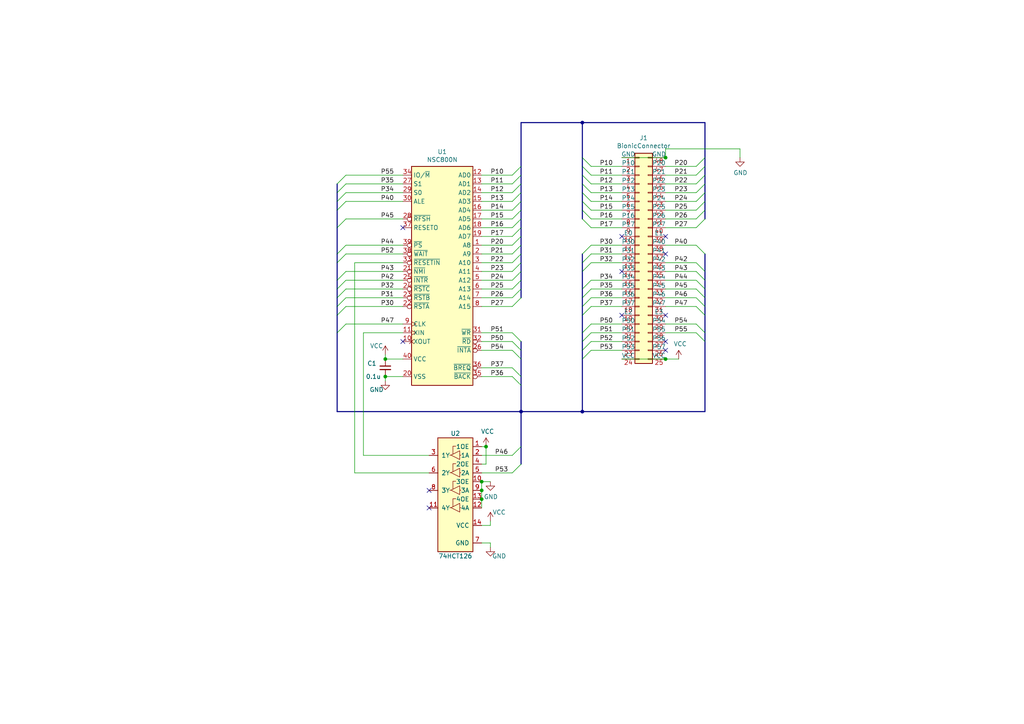
<source format=kicad_sch>
(kicad_sch (version 20211123) (generator eeschema)
  (paper "A4")
  (title_block (title "BionicNSC800 Mezzanine") (date "2022-01-18") (rev "1") (company "Tadashi G. Takaoka"))
  (lib_symbols
    (symbol "0-LocalLibrary:74HCT126" (pin_names (offset 1.016))
      (property "Reference" "U" (at 0 16.51 0))
      (property "Value" "74HCT126" (at 0 -19.05 0))
      (symbol "74HCT126_0_1"
        (polyline (pts (xy -1.2954 10.2108) (xy -1.6002 10.2108)))
        (polyline (pts (xy 1.2954 10.2362) (xy 1.651 10.2362)))
        (polyline (pts (xy 0.7112 10.5664) (xy 0.7112 12.827) (xy -0.127 12.827) (xy -0.1016 12.827)))
      )
      (symbol "74HCT126_1_0"
        (polyline (pts (xy 1.27 10.2362) (xy -1.27 11.5062) (xy -1.27 8.9662) (xy 1.27 10.2362)) (stroke (width 0.1524)))
        (pin input line (at -7.62 12.7 0) (length 2.54) (name "1OE") (number "1"))
        (pin input line (at -7.62 2.54 0) (length 2.54) (name "3OE") (number "10"))
        (pin tri_state line (at 7.62 -5.08 180) (length 2.54) (name "4Y") (number "11"))
        (pin input line (at -7.62 -5.08 0) (length 2.54) (name "4A") (number "12"))
        (pin input line (at -7.62 -2.54 0) (length 2.54) (name "4OE") (number "13"))
        (pin power_in line (at -7.62 -10.16 0) (length 2.54) (name "VCC") (number "14"))
        (pin input line (at -7.62 10.16 0) (length 2.54) (name "1A") (number "2"))
        (pin tri_state line (at 7.62 10.16 180) (length 2.54) (name "1Y") (number "3"))
        (pin input line (at -7.62 7.62 0) (length 2.54) (name "2OE") (number "4"))
        (pin input line (at -7.62 5.08 0) (length 2.54) (name "2A") (number "5"))
        (pin tri_state line (at 7.62 5.08 180) (length 2.54) (name "2Y") (number "6"))
        (pin power_in line (at -7.62 -15.24 0) (length 2.54) (name "GND") (number "7"))
        (pin tri_state line (at 7.62 0 180) (length 2.54) (name "3Y") (number "8"))
        (pin input line (at -7.62 0 0) (length 2.54) (name "3A") (number "9"))
      )
      (symbol "74HCT126_1_1"
        (rectangle (start -5.08 15.24) (end 5.08 -17.78) (stroke (width 0.254)) (fill (type background)))
        (polyline (pts (xy -1.2954 -5.0292) (xy -1.6002 -5.0292)))
        (polyline (pts (xy -1.2954 0.0508) (xy -1.6002 0.0508)))
        (polyline (pts (xy -1.2954 5.1308) (xy -1.6002 5.1308)))
        (polyline (pts (xy 1.2954 -5.0038) (xy 1.651 -5.0038)))
        (polyline (pts (xy 1.2954 0.0762) (xy 1.651 0.0762)))
        (polyline (pts (xy 1.2954 5.1562) (xy 1.651 5.1562)))
        (polyline (pts (xy 0.7112 -4.6736) (xy 0.7112 -2.413) (xy -0.127 -2.413) (xy -0.1016 -2.413)))
        (polyline (pts (xy 0.7112 0.4064) (xy 0.7112 2.667) (xy -0.127 2.667) (xy -0.1016 2.667)))
        (polyline (pts (xy 0.7112 5.4864) (xy 0.7112 7.747) (xy -0.127 7.747) (xy -0.1016 7.747)))
        (polyline (pts (xy 1.27 -5.0038) (xy -1.27 -3.7338) (xy -1.27 -6.2738) (xy 1.27 -5.0038)) (stroke (width 0.1524)))
        (polyline (pts (xy 1.27 0.0762) (xy -1.27 1.3462) (xy -1.27 -1.1938) (xy 1.27 0.0762)) (stroke (width 0.1524)))
        (polyline (pts (xy 1.27 5.1562) (xy -1.27 6.4262) (xy -1.27 3.8862) (xy 1.27 5.1562)) (stroke (width 0.1524)))
      )
    )
    (symbol "0-LocalLibrary:BionicConnector" (pin_names (offset 0))
      (property "Reference" "J" (at 1.27 30.48 0))
      (property "Value" "BionicConnector" (at 3.81 33.02 0))
      (symbol "BionicConnector_1_1"
        (rectangle (start -1.27 -30.353) (end 0 -30.607) (stroke (width 0.1524)))
        (rectangle (start -1.27 -27.813) (end 0 -28.067) (stroke (width 0.1524)))
        (rectangle (start -1.27 -25.273) (end 0 -25.527) (stroke (width 0.1524)))
        (rectangle (start -1.27 -22.733) (end 0 -22.987) (stroke (width 0.1524)))
        (rectangle (start -1.27 -20.193) (end 0 -20.447) (stroke (width 0.1524)))
        (rectangle (start -1.27 -17.653) (end 0 -17.907) (stroke (width 0.1524)))
        (rectangle (start -1.27 -15.113) (end 0 -15.367) (stroke (width 0.1524)))
        (rectangle (start -1.27 -12.573) (end 0 -12.827) (stroke (width 0.1524)))
        (rectangle (start -1.27 -10.033) (end 0 -10.287) (stroke (width 0.1524)))
        (rectangle (start -1.27 -7.493) (end 0 -7.747) (stroke (width 0.1524)))
        (rectangle (start -1.27 -4.953) (end 0 -5.207) (stroke (width 0.1524)))
        (rectangle (start -1.27 -2.413) (end 0 -2.667) (stroke (width 0.1524)))
        (rectangle (start -1.27 0.127) (end 0 -0.127) (stroke (width 0.1524)))
        (rectangle (start -1.27 2.667) (end 0 2.413) (stroke (width 0.1524)))
        (rectangle (start -1.27 5.207) (end 0 4.953) (stroke (width 0.1524)))
        (rectangle (start -1.27 7.747) (end 0 7.493) (stroke (width 0.1524)))
        (rectangle (start -1.27 10.287) (end 0 10.033) (stroke (width 0.1524)))
        (rectangle (start -1.27 12.827) (end 0 12.573) (stroke (width 0.1524)))
        (rectangle (start -1.27 15.367) (end 0 15.113) (stroke (width 0.1524)))
        (rectangle (start -1.27 17.907) (end 0 17.653) (stroke (width 0.1524)))
        (rectangle (start -1.27 20.447) (end 0 20.193) (stroke (width 0.1524)))
        (rectangle (start -1.27 22.987) (end 0 22.733) (stroke (width 0.1524)))
        (rectangle (start -1.27 25.527) (end 0 25.273) (stroke (width 0.1524)))
        (rectangle (start -1.27 28.067) (end 0 27.813) (stroke (width 0.1524)))
        (rectangle (start -1.27 29.21) (end 3.81 -31.75) (stroke (width 0.254)) (fill (type background)))
        (rectangle (start 3.81 -30.353) (end 2.54 -30.607) (stroke (width 0.1524)))
        (rectangle (start 3.81 -27.813) (end 2.54 -28.067) (stroke (width 0.1524)))
        (rectangle (start 3.81 -25.273) (end 2.54 -25.527) (stroke (width 0.1524)))
        (rectangle (start 3.81 -22.733) (end 2.54 -22.987) (stroke (width 0.1524)))
        (rectangle (start 3.81 -20.193) (end 2.54 -20.447) (stroke (width 0.1524)))
        (rectangle (start 3.81 -17.653) (end 2.54 -17.907) (stroke (width 0.1524)))
        (rectangle (start 3.81 -15.113) (end 2.54 -15.367) (stroke (width 0.1524)))
        (rectangle (start 3.81 -12.573) (end 2.54 -12.827) (stroke (width 0.1524)))
        (rectangle (start 3.81 -10.033) (end 2.54 -10.287) (stroke (width 0.1524)))
        (rectangle (start 3.81 -7.493) (end 2.54 -7.747) (stroke (width 0.1524)))
        (rectangle (start 3.81 -4.953) (end 2.54 -5.207) (stroke (width 0.1524)))
        (rectangle (start 3.81 -2.413) (end 2.54 -2.667) (stroke (width 0.1524)))
        (rectangle (start 3.81 0.127) (end 2.54 -0.127) (stroke (width 0.1524)))
        (rectangle (start 3.81 2.667) (end 2.54 2.413) (stroke (width 0.1524)))
        (rectangle (start 3.81 5.207) (end 2.54 4.953) (stroke (width 0.1524)))
        (rectangle (start 3.81 7.747) (end 2.54 7.493) (stroke (width 0.1524)))
        (rectangle (start 3.81 10.287) (end 2.54 10.033) (stroke (width 0.1524)))
        (rectangle (start 3.81 12.827) (end 2.54 12.573) (stroke (width 0.1524)))
        (rectangle (start 3.81 15.367) (end 2.54 15.113) (stroke (width 0.1524)))
        (rectangle (start 3.81 17.907) (end 2.54 17.653) (stroke (width 0.1524)))
        (rectangle (start 3.81 20.447) (end 2.54 20.193) (stroke (width 0.1524)))
        (rectangle (start 3.81 22.987) (end 2.54 22.733) (stroke (width 0.1524)))
        (rectangle (start 3.81 25.527) (end 2.54 25.273) (stroke (width 0.1524)))
        (rectangle (start 3.81 28.067) (end 2.54 27.813) (stroke (width 0.1524)))
        (pin power_out line (at -5.08 27.94 0) (length 3.81) (name "GND") (number "1"))
        (pin bidirectional line (at -5.08 5.08 0) (length 3.81) (name "E0") (number "10"))
        (pin bidirectional line (at -5.08 2.54 0) (length 3.81) (name "P30") (number "11"))
        (pin bidirectional line (at -5.08 0 0) (length 3.81) (name "P31") (number "12"))
        (pin bidirectional line (at -5.08 -2.54 0) (length 3.81) (name "P32") (number "13"))
        (pin bidirectional line (at -5.08 -5.08 0) (length 3.81) (name "P33") (number "14"))
        (pin bidirectional line (at -5.08 -7.62 0) (length 3.81) (name "P34") (number "15"))
        (pin bidirectional line (at -5.08 -10.16 0) (length 3.81) (name "P35") (number "16"))
        (pin bidirectional line (at -5.08 -12.7 0) (length 3.81) (name "P36") (number "17"))
        (pin bidirectional line (at -5.08 -15.24 0) (length 3.81) (name "P37") (number "18"))
        (pin bidirectional line (at -5.08 -17.78 0) (length 3.81) (name "E2") (number "19"))
        (pin bidirectional line (at -5.08 25.4 0) (length 3.81) (name "P10") (number "2"))
        (pin bidirectional line (at -5.08 -20.32 0) (length 3.81) (name "P50") (number "20"))
        (pin bidirectional line (at -5.08 -22.86 0) (length 3.81) (name "P51") (number "21"))
        (pin bidirectional line (at -5.08 -25.4 0) (length 3.81) (name "P52") (number "22"))
        (pin bidirectional line (at -5.08 -27.94 0) (length 3.81) (name "P53") (number "23"))
        (pin power_out line (at -5.08 -30.48 0) (length 3.81) (name "VCC") (number "24"))
        (pin power_in line (at 7.62 -30.48 180) (length 3.81) (name "VCC") (number "25"))
        (pin bidirectional line (at 7.62 -27.94 180) (length 3.81) (name "P57") (number "26"))
        (pin bidirectional line (at 7.62 -25.4 180) (length 3.81) (name "P56") (number "27"))
        (pin bidirectional line (at 7.62 -22.86 180) (length 3.81) (name "P55") (number "28"))
        (pin bidirectional line (at 7.62 -20.32 180) (length 3.81) (name "P54") (number "29"))
        (pin bidirectional line (at -5.08 22.86 0) (length 3.81) (name "P11") (number "3"))
        (pin bidirectional line (at 7.62 -17.78 180) (length 3.81) (name "E3") (number "30"))
        (pin bidirectional line (at 7.62 -15.24 180) (length 3.81) (name "P47") (number "31"))
        (pin bidirectional line (at 7.62 -12.7 180) (length 3.81) (name "P46") (number "32"))
        (pin bidirectional line (at 7.62 -10.16 180) (length 3.81) (name "P45") (number "33"))
        (pin bidirectional line (at 7.62 -7.62 180) (length 3.81) (name "P44") (number "34"))
        (pin bidirectional line (at 7.62 -5.08 180) (length 3.81) (name "P43") (number "35"))
        (pin bidirectional line (at 7.62 -2.54 180) (length 3.81) (name "P42") (number "36"))
        (pin bidirectional line (at 7.62 0 180) (length 3.81) (name "P41") (number "37"))
        (pin bidirectional line (at 7.62 2.54 180) (length 3.81) (name "P40") (number "38"))
        (pin bidirectional line (at 7.62 5.08 180) (length 3.81) (name "E1") (number "39"))
        (pin bidirectional line (at -5.08 20.32 0) (length 3.81) (name "P12") (number "4"))
        (pin bidirectional line (at 7.62 7.62 180) (length 3.81) (name "P27") (number "40"))
        (pin bidirectional line (at 7.62 10.16 180) (length 3.81) (name "P26") (number "41"))
        (pin bidirectional line (at 7.62 12.7 180) (length 3.81) (name "P25") (number "42"))
        (pin bidirectional line (at 7.62 15.24 180) (length 3.81) (name "P24") (number "43"))
        (pin bidirectional line (at 7.62 17.78 180) (length 3.81) (name "P23") (number "44"))
        (pin bidirectional line (at 7.62 20.32 180) (length 3.81) (name "P22") (number "45"))
        (pin bidirectional line (at 7.62 22.86 180) (length 3.81) (name "P21") (number "46"))
        (pin bidirectional line (at 7.62 25.4 180) (length 3.81) (name "P20") (number "47"))
        (pin power_in line (at 7.62 27.94 180) (length 3.81) (name "GND") (number "48"))
        (pin bidirectional line (at -5.08 17.78 0) (length 3.81) (name "P13") (number "5"))
        (pin bidirectional line (at -5.08 15.24 0) (length 3.81) (name "P14") (number "6"))
        (pin bidirectional line (at -5.08 12.7 0) (length 3.81) (name "P15") (number "7"))
        (pin bidirectional line (at -5.08 10.16 0) (length 3.81) (name "P16") (number "8"))
        (pin bidirectional line (at -5.08 7.62 0) (length 3.81) (name "P17") (number "9"))
      )
    )
    (symbol "0-LocalLibrary:NSC800N"
      (property "Reference" "U" (at -1.27 31.75 0))
      (property "Value" "NSC800N" (at 0 -3.81 90))
      (symbol "NSC800N_0_1"
        (rectangle (start -8.89 -33.02) (end 8.89 30.48) (stroke (width 0.254)) (fill (type background)))
      )
      (symbol "NSC800N_1_1"
        (pin output line (at 11.43 7.62 180) (length 2.54) (name "A8") (number "1"))
        (pin input non_logic (at -11.43 -20.32 0) (length 2.54) (name "XOUT") (number "10"))
        (pin input clock (at -11.43 -17.78 0) (length 2.54) (name "XIN") (number "11"))
        (pin bidirectional line (at 11.43 27.94 180) (length 2.54) (name "AD0") (number "12"))
        (pin bidirectional line (at 11.43 25.4 180) (length 2.54) (name "AD1") (number "13"))
        (pin bidirectional line (at 11.43 22.86 180) (length 2.54) (name "AD2") (number "14"))
        (pin bidirectional line (at 11.43 20.32 180) (length 2.54) (name "AD3") (number "15"))
        (pin bidirectional line (at 11.43 17.78 180) (length 2.54) (name "AD4") (number "16"))
        (pin bidirectional line (at 11.43 15.24 180) (length 2.54) (name "AD5") (number "17"))
        (pin bidirectional line (at 11.43 12.7 180) (length 2.54) (name "AD6") (number "18"))
        (pin bidirectional line (at 11.43 10.16 180) (length 2.54) (name "AD7") (number "19"))
        (pin output line (at 11.43 5.08 180) (length 2.54) (name "A9") (number "2"))
        (pin power_in line (at -11.43 -30.48 0) (length 2.54) (name "VSS") (number "20"))
        (pin input inverted (at -11.43 0 0) (length 2.54) (name "~{NMI}") (number "21"))
        (pin input inverted (at -11.43 -10.16 0) (length 2.54) (name "~{RSTA}") (number "22"))
        (pin input inverted (at -11.43 -7.62 0) (length 2.54) (name "~{RSTB}") (number "23"))
        (pin input inverted (at -11.43 -5.08 0) (length 2.54) (name "~{RSTC}") (number "24"))
        (pin input inverted (at -11.43 -2.54 0) (length 2.54) (name "~{INTR}") (number "25"))
        (pin output inverted (at 11.43 -22.86 180) (length 2.54) (name "~{INTA}") (number "26"))
        (pin output line (at -11.43 25.4 0) (length 2.54) (name "S1") (number "27"))
        (pin output inverted (at -11.43 15.24 0) (length 2.54) (name "~{RFSH}") (number "28"))
        (pin output line (at -11.43 22.86 0) (length 2.54) (name "S0") (number "29"))
        (pin output line (at 11.43 2.54 180) (length 2.54) (name "A10") (number "3"))
        (pin output line (at -11.43 20.32 0) (length 2.54) (name "ALE") (number "30"))
        (pin output line (at 11.43 -17.78 180) (length 2.54) (name "~{WR}") (number "31"))
        (pin output inverted (at 11.43 -20.32 180) (length 2.54) (name "~{RD}") (number "32"))
        (pin input inverted (at -11.43 2.54 0) (length 2.54) (name "~{RESETIN}") (number "33"))
        (pin output line (at -11.43 27.94 0) (length 2.54) (name "IO/~{M}") (number "34"))
        (pin output inverted (at 11.43 -30.48 180) (length 2.54) (name "~{BACK}") (number "35"))
        (pin input inverted (at 11.43 -27.94 180) (length 2.54) (name "~{BREQ}") (number "36"))
        (pin output line (at -11.43 12.7 0) (length 2.54) (name "RESETO") (number "37"))
        (pin input inverted (at -11.43 5.08 0) (length 2.54) (name "~{WAIT}") (number "38"))
        (pin input inverted (at -11.43 7.62 0) (length 2.54) (name "~{PS}") (number "39"))
        (pin output line (at 11.43 0 180) (length 2.54) (name "A11") (number "4"))
        (pin power_in line (at -11.43 -25.4 0) (length 2.54) (name "VCC") (number "40"))
        (pin output line (at 11.43 -2.54 180) (length 2.54) (name "A12") (number "5"))
        (pin output line (at 11.43 -5.08 180) (length 2.54) (name "A13") (number "6"))
        (pin output line (at 11.43 -7.62 180) (length 2.54) (name "A14") (number "7"))
        (pin output line (at 11.43 -10.16 180) (length 2.54) (name "A15") (number "8"))
        (pin output clock (at -11.43 -15.24 0) (length 2.54) (name "CLK") (number "9"))
      )
    )
    (symbol "Device:C_Small" (pin_numbers hide) (pin_names (offset 0.254) hide)
      (property "Reference" "C" (at 0.254 1.778 0))
      (property "Value" "C_Small" (at 0.254 -2.032 0))
      (symbol "C_Small_0_1"
        (polyline (pts (xy -1.524 -0.508) (xy 1.524 -0.508)) (stroke (width 0.3302)))
        (polyline (pts (xy -1.524 0.508) (xy 1.524 0.508)) (stroke (width 0.3048)))
      )
      (symbol "C_Small_1_1"
        (pin passive line (at 0 2.54 270) (length 2.032) (name "~") (number "1"))
        (pin passive line (at 0 -2.54 90) (length 2.032) (name "~") (number "2"))
      )
    )
    (symbol "power:GND" (power) (pin_names (offset 0))
      (property "Value" "GND" (at 0 -3.81 0))
      (symbol "GND_0_1"
        (polyline (pts (xy 0 0) (xy 0 -1.27) (xy 1.27 -1.27) (xy 0 -2.54) (xy -1.27 -1.27) (xy 0 -1.27)))
      )
      (symbol "GND_1_1"
        (pin power_in line (at 0 0 270) (length 0) hide (name "GND") (number "1"))
      )
    )
    (symbol "power:VCC" (power) (pin_names (offset 0))
      (property "Value" "VCC" (at 0 3.81 0))
      (symbol "VCC_0_1"
        (polyline (pts (xy -0.762 1.27) (xy 0 2.54)))
        (polyline (pts (xy 0 0) (xy 0 2.54)))
        (polyline (pts (xy 0 2.54) (xy 0.762 1.27)))
      )
      (symbol "VCC_1_1"
        (pin power_in line (at 0 0 90) (length 0) hide (name "VCC") (number "1"))
      )
    )
  )
  (junction (at 193.04 104.14))
  (junction (at 193.04 45.72))
  (junction (at 139.7 139.7))
  (junction (at 111.76 109.22))
  (junction (at 151.13 119.38))
  (junction (at 168.91 119.38))
  (junction (at 111.76 104.14))
  (junction (at 140.97 129.54))
  (junction (at 139.7 144.78))
  (junction (at 139.7 142.24))
  (junction (at 168.91 35.56))
  (no_connect (at 180.34 78.74))
  (no_connect (at 116.84 99.06))
  (no_connect (at 193.04 73.66))
  (no_connect (at 193.04 99.06))
  (no_connect (at 180.34 91.44))
  (no_connect (at 116.84 66.04))
  (no_connect (at 124.46 142.24))
  (no_connect (at 124.46 147.32))
  (no_connect (at 193.04 91.44))
  (no_connect (at 180.34 68.58))
  (no_connect (at 193.04 101.6))
  (no_connect (at 193.04 68.58))
  (bus_entry (at 201.93 83.82) (size 2.54 2.54))
  (bus_entry (at 148.59 55.88) (size 2.54 -2.54))
  (bus_entry (at 171.45 48.26) (size -2.54 -2.54))
  (bus_entry (at 148.59 60.96) (size 2.54 -2.54))
  (bus_entry (at 204.47 55.88) (size -2.54 2.54))
  (bus_entry (at 148.59 99.06) (size 2.54 2.54))
  (bus_entry (at 100.33 81.28) (size -2.54 2.54))
  (bus_entry (at 100.33 83.82) (size -2.54 2.54))
  (bus_entry (at 100.33 50.8) (size -2.54 2.54))
  (bus_entry (at 171.45 81.28) (size -2.54 2.54))
  (bus_entry (at 171.45 88.9) (size -2.54 2.54))
  (bus_entry (at 100.33 71.12) (size -2.54 2.54))
  (bus_entry (at 151.13 134.62) (size -2.54 2.54))
  (bus_entry (at 201.93 88.9) (size 2.54 2.54))
  (bus_entry (at 201.93 86.36) (size 2.54 2.54))
  (bus_entry (at 151.13 76.2) (size -2.54 2.54))
  (bus_entry (at 148.59 66.04) (size 2.54 -2.54))
  (bus_entry (at 171.45 96.52) (size -2.54 2.54))
  (bus_entry (at 148.59 68.58) (size 2.54 -2.54))
  (bus_entry (at 100.33 88.9) (size -2.54 2.54))
  (bus_entry (at 171.45 73.66) (size -2.54 2.54))
  (bus_entry (at 100.33 73.66) (size -2.54 2.54))
  (bus_entry (at 151.13 78.74) (size -2.54 2.54))
  (bus_entry (at 171.45 50.8) (size -2.54 -2.54))
  (bus_entry (at 151.13 81.28) (size -2.54 2.54))
  (bus_entry (at 171.45 55.88) (size -2.54 -2.54))
  (bus_entry (at 201.93 76.2) (size 2.54 2.54))
  (bus_entry (at 148.59 58.42) (size 2.54 -2.54))
  (bus_entry (at 100.33 86.36) (size -2.54 2.54))
  (bus_entry (at 100.33 55.88) (size -2.54 2.54))
  (bus_entry (at 171.45 76.2) (size -2.54 2.54))
  (bus_entry (at 204.47 45.72) (size -2.54 2.54))
  (bus_entry (at 171.45 53.34) (size -2.54 -2.54))
  (bus_entry (at 148.59 50.8) (size 2.54 -2.54))
  (bus_entry (at 148.59 63.5) (size 2.54 -2.54))
  (bus_entry (at 204.47 58.42) (size -2.54 2.54))
  (bus_entry (at 151.13 68.58) (size -2.54 2.54))
  (bus_entry (at 201.93 71.12) (size 2.54 2.54))
  (bus_entry (at 171.45 83.82) (size -2.54 2.54))
  (bus_entry (at 100.33 93.98) (size -2.54 2.54))
  (bus_entry (at 171.45 101.6) (size -2.54 2.54))
  (bus_entry (at 201.93 96.52) (size 2.54 2.54))
  (bus_entry (at 204.47 48.26) (size -2.54 2.54))
  (bus_entry (at 171.45 93.98) (size -2.54 2.54))
  (bus_entry (at 100.33 53.34) (size -2.54 2.54))
  (bus_entry (at 151.13 129.54) (size -2.54 2.54))
  (bus_entry (at 204.47 63.5) (size -2.54 2.54))
  (bus_entry (at 100.33 58.42) (size -2.54 2.54))
  (bus_entry (at 171.45 66.04) (size -2.54 -2.54))
  (bus_entry (at 168.91 101.6) (size 2.54 -2.54))
  (bus_entry (at 151.13 73.66) (size -2.54 2.54))
  (bus_entry (at 100.33 78.74) (size -2.54 2.54))
  (bus_entry (at 171.45 63.5) (size -2.54 -2.54))
  (bus_entry (at 171.45 86.36) (size -2.54 2.54))
  (bus_entry (at 204.47 50.8) (size -2.54 2.54))
  (bus_entry (at 148.59 106.68) (size 2.54 2.54))
  (bus_entry (at 148.59 101.6) (size 2.54 2.54))
  (bus_entry (at 201.93 78.74) (size 2.54 2.54))
  (bus_entry (at 151.13 83.82) (size -2.54 2.54))
  (bus_entry (at 100.33 63.5) (size -2.54 2.54))
  (bus_entry (at 148.59 109.22) (size 2.54 2.54))
  (bus_entry (at 201.93 81.28) (size 2.54 2.54))
  (bus_entry (at 171.45 58.42) (size -2.54 -2.54))
  (bus_entry (at 171.45 60.96) (size -2.54 -2.54))
  (bus_entry (at 148.59 96.52) (size 2.54 2.54))
  (bus_entry (at 204.47 60.96) (size -2.54 2.54))
  (bus_entry (at 171.45 71.12) (size -2.54 2.54))
  (bus_entry (at 201.93 93.98) (size 2.54 2.54))
  (bus_entry (at 151.13 86.36) (size -2.54 2.54))
  (bus_entry (at 151.13 71.12) (size -2.54 2.54))
  (bus_entry (at 148.59 53.34) (size 2.54 -2.54))
  (bus_entry (at 204.47 53.34) (size -2.54 2.54))
  (bus (pts (xy 97.79 66.04) (xy 97.79 73.66)))
  (bus (pts (xy 151.13 119.38) (xy 168.91 119.38)))
  (bus (pts (xy 151.13 101.6) (xy 151.13 104.14)))
  (wire (pts (xy 100.33 53.34) (xy 116.84 53.34)))
  (wire (pts (xy 139.7 101.6) (xy 148.59 101.6)))
  (wire (pts (xy 193.04 93.98) (xy 201.93 93.98)))
  (bus (pts (xy 97.79 76.2) (xy 97.79 81.28)))
  (wire (pts (xy 139.7 83.82) (xy 148.59 83.82)))
  (wire (pts (xy 180.34 60.96) (xy 171.45 60.96)))
  (wire (pts (xy 139.7 71.12) (xy 148.59 71.12)))
  (bus (pts (xy 151.13 55.88) (xy 151.13 58.42)))
  (bus (pts (xy 168.91 55.88) (xy 168.91 58.42)))
  (wire (pts (xy 180.34 71.12) (xy 171.45 71.12)))
  (wire (pts (xy 102.87 76.2) (xy 116.84 76.2)))
  (wire (pts (xy 180.34 63.5) (xy 171.45 63.5)))
  (wire (pts (xy 193.04 71.12) (xy 201.93 71.12)))
  (wire (pts (xy 193.04 66.04) (xy 201.93 66.04)))
  (bus (pts (xy 151.13 58.42) (xy 151.13 60.96)))
  (wire (pts (xy 139.7 63.5) (xy 148.59 63.5)))
  (bus (pts (xy 168.91 50.8) (xy 168.91 53.34)))
  (wire (pts (xy 140.97 134.62) (xy 139.7 134.62)))
  (bus (pts (xy 151.13 66.04) (xy 151.13 68.58)))
  (wire (pts (xy 193.04 83.82) (xy 201.93 83.82)))
  (wire (pts (xy 180.34 76.2) (xy 171.45 76.2)))
  (wire (pts (xy 139.7 144.78) (xy 139.7 147.32)))
  (bus (pts (xy 168.91 88.9) (xy 168.91 91.44)))
  (bus (pts (xy 168.91 86.36) (xy 168.91 88.9)))
  (wire (pts (xy 139.7 66.04) (xy 148.59 66.04)))
  (bus (pts (xy 168.91 101.6) (xy 168.91 104.14)))
  (bus (pts (xy 168.91 104.14) (xy 168.91 119.38)))
  (wire (pts (xy 116.84 81.28) (xy 100.33 81.28)))
  (wire (pts (xy 180.34 101.6) (xy 171.45 101.6)))
  (wire (pts (xy 139.7 60.96) (xy 148.59 60.96)))
  (wire (pts (xy 100.33 63.5) (xy 116.84 63.5)))
  (bus (pts (xy 168.91 58.42) (xy 168.91 60.96)))
  (bus (pts (xy 97.79 55.88) (xy 97.79 58.42)))
  (bus (pts (xy 168.91 96.52) (xy 168.91 99.06)))
  (wire (pts (xy 139.7 142.24) (xy 139.7 144.78)))
  (wire (pts (xy 139.7 88.9) (xy 148.59 88.9)))
  (wire (pts (xy 193.04 48.26) (xy 201.93 48.26)))
  (bus (pts (xy 151.13 50.8) (xy 151.13 53.34)))
  (wire (pts (xy 105.41 96.52) (xy 116.84 96.52)))
  (wire (pts (xy 148.59 137.16) (xy 139.7 137.16)))
  (bus (pts (xy 97.79 91.44) (xy 97.79 96.52)))
  (wire (pts (xy 193.04 88.9) (xy 201.93 88.9)))
  (wire (pts (xy 100.33 50.8) (xy 116.84 50.8)))
  (bus (pts (xy 151.13 35.56) (xy 168.91 35.56)))
  (wire (pts (xy 139.7 73.66) (xy 148.59 73.66)))
  (wire (pts (xy 139.7 78.74) (xy 148.59 78.74)))
  (wire (pts (xy 116.84 58.42) (xy 100.33 58.42)))
  (bus (pts (xy 204.47 60.96) (xy 204.47 63.5)))
  (bus (pts (xy 168.91 35.56) (xy 204.47 35.56)))
  (wire (pts (xy 139.7 76.2) (xy 148.59 76.2)))
  (wire (pts (xy 139.7 86.36) (xy 148.59 86.36)))
  (bus (pts (xy 168.91 119.38) (xy 204.47 119.38)))
  (bus (pts (xy 97.79 119.38) (xy 151.13 119.38)))
  (wire (pts (xy 105.41 132.08) (xy 105.41 96.52)))
  (wire (pts (xy 193.04 55.88) (xy 201.93 55.88)))
  (wire (pts (xy 193.04 63.5) (xy 201.93 63.5)))
  (wire (pts (xy 193.04 96.52) (xy 201.93 96.52)))
  (wire (pts (xy 111.76 104.14) (xy 116.84 104.14)))
  (wire (pts (xy 139.7 109.22) (xy 148.59 109.22)))
  (bus (pts (xy 168.91 73.66) (xy 168.91 76.2)))
  (bus (pts (xy 151.13 81.28) (xy 151.13 83.82)))
  (bus (pts (xy 204.47 86.36) (xy 204.47 88.9)))
  (bus (pts (xy 97.79 83.82) (xy 97.79 86.36)))
  (bus (pts (xy 151.13 111.76) (xy 151.13 119.38)))
  (bus (pts (xy 151.13 48.26) (xy 151.13 50.8)))
  (wire (pts (xy 193.04 86.36) (xy 201.93 86.36)))
  (bus (pts (xy 97.79 60.96) (xy 97.79 66.04)))
  (wire (pts (xy 139.7 132.08) (xy 148.59 132.08)))
  (wire (pts (xy 100.33 55.88) (xy 116.84 55.88)))
  (bus (pts (xy 168.91 91.44) (xy 168.91 96.52)))
  (wire (pts (xy 180.34 48.26) (xy 171.45 48.26)))
  (bus (pts (xy 151.13 109.22) (xy 151.13 111.76)))
  (bus (pts (xy 168.91 78.74) (xy 168.91 83.82)))
  (wire (pts (xy 193.04 104.14) (xy 196.85 104.14)))
  (wire (pts (xy 180.34 93.98) (xy 171.45 93.98)))
  (bus (pts (xy 204.47 35.56) (xy 204.47 45.72)))
  (bus (pts (xy 168.91 45.72) (xy 168.91 48.26)))
  (wire (pts (xy 193.04 50.8) (xy 201.93 50.8)))
  (wire (pts (xy 193.04 60.96) (xy 201.93 60.96)))
  (bus (pts (xy 151.13 83.82) (xy 151.13 86.36)))
  (bus (pts (xy 168.91 83.82) (xy 168.91 86.36)))
  (bus (pts (xy 204.47 73.66) (xy 204.47 78.74)))
  (wire (pts (xy 139.7 55.88) (xy 148.59 55.88)))
  (wire (pts (xy 139.7 96.52) (xy 148.59 96.52)))
  (wire (pts (xy 193.04 76.2) (xy 201.93 76.2)))
  (bus (pts (xy 97.79 96.52) (xy 97.79 119.38)))
  (wire (pts (xy 116.84 73.66) (xy 100.33 73.66)))
  (wire (pts (xy 100.33 86.36) (xy 116.84 86.36)))
  (bus (pts (xy 168.91 99.06) (xy 168.91 101.6)))
  (bus (pts (xy 97.79 58.42) (xy 97.79 60.96)))
  (bus (pts (xy 151.13 78.74) (xy 151.13 81.28)))
  (bus (pts (xy 204.47 55.88) (xy 204.47 58.42)))
  (bus (pts (xy 204.47 99.06) (xy 204.47 119.38)))
  (wire (pts (xy 139.7 50.8) (xy 148.59 50.8)))
  (wire (pts (xy 180.34 45.72) (xy 193.04 45.72)))
  (wire (pts (xy 193.04 43.18) (xy 193.04 45.72)))
  (wire (pts (xy 139.7 157.48) (xy 142.24 157.48)))
  (wire (pts (xy 171.45 81.28) (xy 180.34 81.28)))
  (bus (pts (xy 168.91 48.26) (xy 168.91 50.8)))
  (bus (pts (xy 204.47 50.8) (xy 204.47 53.34)))
  (wire (pts (xy 102.87 137.16) (xy 124.46 137.16)))
  (bus (pts (xy 168.91 60.96) (xy 168.91 63.5)))
  (wire (pts (xy 193.04 43.18) (xy 214.63 43.18)))
  (bus (pts (xy 204.47 96.52) (xy 204.47 99.06)))
  (bus (pts (xy 151.13 99.06) (xy 151.13 101.6)))
  (wire (pts (xy 139.7 99.06) (xy 148.59 99.06)))
  (wire (pts (xy 142.24 152.4) (xy 139.7 152.4)))
  (wire (pts (xy 105.41 132.08) (xy 124.46 132.08)))
  (wire (pts (xy 111.76 110.49) (xy 111.76 109.22)))
  (bus (pts (xy 204.47 53.34) (xy 204.47 55.88)))
  (wire (pts (xy 140.97 129.54) (xy 140.97 134.62)))
  (wire (pts (xy 180.34 104.14) (xy 193.04 104.14)))
  (bus (pts (xy 151.13 76.2) (xy 151.13 78.74)))
  (wire (pts (xy 180.34 55.88) (xy 171.45 55.88)))
  (bus (pts (xy 168.91 76.2) (xy 168.91 78.74)))
  (bus (pts (xy 97.79 88.9) (xy 97.79 91.44)))
  (bus (pts (xy 97.79 86.36) (xy 97.79 88.9)))
  (wire (pts (xy 100.33 93.98) (xy 116.84 93.98)))
  (wire (pts (xy 116.84 78.74) (xy 100.33 78.74)))
  (bus (pts (xy 151.13 60.96) (xy 151.13 63.5)))
  (bus (pts (xy 204.47 81.28) (xy 204.47 83.82)))
  (bus (pts (xy 204.47 78.74) (xy 204.47 81.28)))
  (wire (pts (xy 111.76 104.14) (xy 111.76 102.87)))
  (bus (pts (xy 97.79 81.28) (xy 97.79 83.82)))
  (bus (pts (xy 151.13 63.5) (xy 151.13 66.04)))
  (bus (pts (xy 168.91 35.56) (xy 168.91 45.72)))
  (wire (pts (xy 148.59 106.68) (xy 139.7 106.68)))
  (wire (pts (xy 116.84 83.82) (xy 100.33 83.82)))
  (wire (pts (xy 139.7 139.7) (xy 142.24 139.7)))
  (wire (pts (xy 214.63 43.18) (xy 214.63 45.72)))
  (bus (pts (xy 97.79 53.34) (xy 97.79 55.88)))
  (bus (pts (xy 97.79 73.66) (xy 97.79 76.2)))
  (wire (pts (xy 139.7 68.58) (xy 148.59 68.58)))
  (bus (pts (xy 151.13 53.34) (xy 151.13 55.88)))
  (bus (pts (xy 204.47 88.9) (xy 204.47 91.44)))
  (wire (pts (xy 180.34 58.42) (xy 171.45 58.42)))
  (wire (pts (xy 102.87 137.16) (xy 102.87 76.2)))
  (wire (pts (xy 180.34 96.52) (xy 171.45 96.52)))
  (wire (pts (xy 139.7 129.54) (xy 140.97 129.54)))
  (wire (pts (xy 139.7 81.28) (xy 148.59 81.28)))
  (wire (pts (xy 111.76 109.22) (xy 116.84 109.22)))
  (bus (pts (xy 151.13 71.12) (xy 151.13 73.66)))
  (wire (pts (xy 180.34 50.8) (xy 171.45 50.8)))
  (wire (pts (xy 193.04 53.34) (xy 201.93 53.34)))
  (wire (pts (xy 180.34 53.34) (xy 171.45 53.34)))
  (bus (pts (xy 151.13 129.54) (xy 151.13 134.62)))
  (bus (pts (xy 151.13 68.58) (xy 151.13 71.12)))
  (wire (pts (xy 139.7 58.42) (xy 148.59 58.42)))
  (bus (pts (xy 168.91 53.34) (xy 168.91 55.88)))
  (wire (pts (xy 180.34 88.9) (xy 171.45 88.9)))
  (bus (pts (xy 151.13 104.14) (xy 151.13 109.22)))
  (wire (pts (xy 142.24 158.75) (xy 142.24 157.48)))
  (wire (pts (xy 142.24 152.4) (xy 142.24 151.13)))
  (bus (pts (xy 204.47 48.26) (xy 204.47 50.8)))
  (wire (pts (xy 139.7 139.7) (xy 139.7 142.24)))
  (wire (pts (xy 139.7 53.34) (xy 148.59 53.34)))
  (wire (pts (xy 171.45 83.82) (xy 180.34 83.82)))
  (wire (pts (xy 180.34 99.06) (xy 171.45 99.06)))
  (wire (pts (xy 100.33 71.12) (xy 116.84 71.12)))
  (wire (pts (xy 171.45 86.36) (xy 180.34 86.36)))
  (bus (pts (xy 204.47 45.72) (xy 204.47 48.26)))
  (bus (pts (xy 151.13 73.66) (xy 151.13 76.2)))
  (wire (pts (xy 180.34 73.66) (xy 171.45 73.66)))
  (wire (pts (xy 193.04 81.28) (xy 201.93 81.28)))
  (bus (pts (xy 204.47 58.42) (xy 204.47 60.96)))
  (bus (pts (xy 204.47 91.44) (xy 204.47 96.52)))
  (wire (pts (xy 193.04 58.42) (xy 201.93 58.42)))
  (wire (pts (xy 116.84 88.9) (xy 100.33 88.9)))
  (bus (pts (xy 151.13 119.38) (xy 151.13 129.54)))
  (bus (pts (xy 204.47 83.82) (xy 204.47 86.36)))
  (bus (pts (xy 151.13 35.56) (xy 151.13 48.26)))
  (wire (pts (xy 193.04 78.74) (xy 201.93 78.74)))
  (wire (pts (xy 180.34 66.04) (xy 171.45 66.04)))
  (label "P46" (at 195.58 86.36 0))
  (label "P20" (at 195.58 48.26 0))
  (label "P35" (at 177.8 83.82 180))
  (label "P10" (at 177.8 48.26 180))
  (label "P50" (at 142.24 99.06 0))
  (label "P13" (at 142.24 58.42 0))
  (label "P21" (at 195.58 50.8 0))
  (label "P10" (at 142.24 50.8 0))
  (label "P14" (at 177.8 58.42 180))
  (label "P24" (at 142.24 81.28 0))
  (label "P17" (at 177.8 66.04 180))
  (label "P42" (at 195.58 76.2 0))
  (label "P25" (at 195.58 60.96 0))
  (label "P53" (at 143.51 137.16 0))
  (label "P32" (at 114.3 83.82 180))
  (label "P36" (at 177.8 86.36 180))
  (label "P12" (at 177.8 53.34 180))
  (label "P51" (at 142.24 96.52 0))
  (label "P26" (at 195.58 63.5 0))
  (label "P43" (at 114.3 78.74 180))
  (label "P34" (at 177.8 81.28 180))
  (label "P45" (at 114.3 63.5 180))
  (label "P15" (at 177.8 60.96 180))
  (label "P25" (at 142.24 83.82 0))
  (label "P52" (at 177.8 99.06 180))
  (label "P40" (at 195.58 71.12 0))
  (label "P52" (at 114.3 73.66 180))
  (label "P44" (at 114.3 71.12 180))
  (label "P30" (at 114.3 88.9 180))
  (label "P21" (at 142.24 73.66 0))
  (label "P26" (at 142.24 86.36 0))
  (label "P31" (at 114.3 86.36 180))
  (label "P30" (at 177.8 71.12 180))
  (label "P12" (at 142.24 55.88 0))
  (label "P45" (at 195.58 83.82 0))
  (label "P54" (at 142.24 101.6 0))
  (label "P40" (at 114.3 58.42 180))
  (label "P50" (at 177.8 93.98 180))
  (label "P53" (at 177.8 101.6 180))
  (label "P32" (at 177.8 76.2 180))
  (label "P16" (at 177.8 63.5 180))
  (label "P34" (at 114.3 55.88 180))
  (label "P27" (at 142.24 88.9 0))
  (label "P54" (at 195.58 93.98 0))
  (label "P23" (at 142.24 78.74 0))
  (label "P23" (at 195.58 55.88 0))
  (label "P14" (at 142.24 60.96 0))
  (label "P22" (at 142.24 76.2 0))
  (label "P24" (at 195.58 58.42 0))
  (label "P15" (at 142.24 63.5 0))
  (label "P42" (at 114.3 81.28 180))
  (label "P20" (at 142.24 71.12 0))
  (label "P47" (at 114.3 93.98 180))
  (label "P11" (at 142.24 53.34 0))
  (label "P31" (at 177.8 73.66 180))
  (label "P11" (at 177.8 50.8 180))
  (label "P13" (at 177.8 55.88 180))
  (label "P44" (at 195.58 81.28 0))
  (label "P27" (at 195.58 66.04 0))
  (label "P55" (at 114.3 50.8 180))
  (label "P46" (at 143.51 132.08 0))
  (label "P37" (at 177.8 88.9 180))
  (label "P37" (at 142.24 106.68 0))
  (label "P16" (at 142.24 66.04 0))
  (label "P43" (at 195.58 78.74 0))
  (label "P22" (at 195.58 53.34 0))
  (label "P51" (at 177.8 96.52 180))
  (label "P35" (at 114.3 53.34 180))
  (label "P47" (at 195.58 88.9 0))
  (label "P17" (at 142.24 68.58 0))
  (label "P36" (at 142.24 109.22 0))
  (label "P55" (at 195.58 96.52 0))
  (symbol (lib_id "power:VCC") (at -1352.55 -1136.65 0) (unit 1)
    (property "Reference" "#PWR01" (effects hide))
    (property "Value" "VCC" (at -1352.1182 -1141.0442 0))
  )
  (symbol (lib_id "power:VCC") (at 111.76 102.87 0) (mirror y) (unit 1)
    (property "Reference" "#PWR03" (effects hide))
    (property "Value" "VCC" (at 109.22 100.33 0))
  )
  (symbol (lib_id "power:GND") (at 111.76 110.49 0) (mirror y) (unit 1)
    (property "Reference" "#PWR04" (effects hide))
    (property "Value" "GND" (at 109.22 113.03 0))
  )
  (symbol (lib_id "Device:C_Small") (at 111.76 106.68 0) (mirror y) (unit 1)
    (property "Reference" "C1" (at 109.22 105.41 0) (effects (justify left)))
    (property "Value" "0.1u" (at 110.49 109.22 0) (effects (justify left)))
    (property "Footprint" "Capacitor_THT:C_Disc_D3.4mm_W2.1mm_P2.50mm" (effects hide))
  )
  (symbol (lib_id "0-LocalLibrary:74HCT126") (at 132.08 142.24 0) (mirror y) (unit 1)
    (property "Reference" "U2" (at 132.08 125.73 0))
    (property "Value" "74HCT126" (at 132.08 161.29 0))
    (property "Footprint" "Package_DIP:DIP-14_W7.62mm" (effects hide))
    (property "Datasheet" "https://www.ti.com/lit/ds/symlink/cd74hct126.pdf" (effects hide))
  )
  (symbol (lib_id "power:VCC") (at 142.24 151.13 0) (unit 1)
    (property "Reference" "#PWR07" (effects hide))
    (property "Value" "VCC" (at 144.78 148.59 0))
  )
  (symbol (lib_id "power:GND") (at 142.24 158.75 0) (unit 1)
    (property "Reference" "#PWR08" (effects hide))
    (property "Value" "GND" (at 144.78 161.29 0))
  )
  (symbol (lib_id "power:VCC") (at 140.97 129.54 0) (unit 1)
    (property "Reference" "#PWR02" (effects hide))
    (property "Value" "VCC" (at 141.4018 125.1458 0))
  )
  (symbol (lib_id "power:GND") (at 142.24 139.7 0) (unit 1)
    (property "Reference" "#PWR06" (effects hide))
    (property "Value" "GND" (at 142.367 144.0942 0))
  )
  (symbol (lib_id "power:GND") (at 214.63 45.72 0) (unit 1)
    (property "Reference" "#PWR0101" (effects hide))
    (property "Value" "GND" (at 214.757 50.1142 0))
  )
  (symbol (lib_id "power:VCC") (at 196.85 104.14 0) (unit 1)
    (property "Reference" "#PWR0102" (effects hide))
    (property "Value" "VCC" (at 197.2818 99.7458 0))
  )
  (symbol (lib_id "0-LocalLibrary:NSC800N") (at 128.27 78.74 0) (unit 1)
    (property "Reference" "U1" (at 128.27 44.0182 0))
    (property "Value" "NSC800N" (at 128.27 46.3296 0))
    (property "Footprint" "Package_DIP:DIP-40_W15.24mm" (effects hide))
    (property "Datasheet" "https://pdf1.alldatasheet.com/datasheet-pdf/view/9302/NSC/NSC800N.html" (effects hide))
  )
  (symbol (lib_id "0-LocalLibrary:BionicConnector") (at 185.42 73.66 0) (unit 1)
    (property "Reference" "J1" (at 186.69 40.005 0))
    (property "Value" "BionicConnector" (at 186.69 42.3164 0))
    (property "Footprint" "0-LocalLibrary:DIP-48_W7.62mm" (effects hide))
    (property "Datasheet" "https://www.arieselec.com/wp-content/uploads/2020/02/10001-universal-dip-zif-test-socket.pdf" (effects hide))
  )
)
</source>
